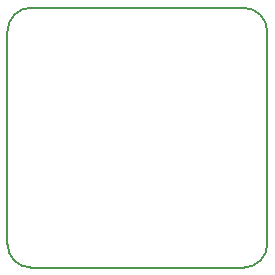
<source format=gm1>
G04 #@! TF.FileFunction,Profile,NP*
%FSLAX46Y46*%
G04 Gerber Fmt 4.6, Leading zero omitted, Abs format (unit mm)*
G04 Created by KiCad (PCBNEW 4.0.6-e0-6349~53~ubuntu16.04.1) date Fri Jun  9 17:52:53 2017*
%MOMM*%
%LPD*%
G01*
G04 APERTURE LIST*
%ADD10C,0.100000*%
%ADD11C,0.150000*%
G04 APERTURE END LIST*
D10*
D11*
X0Y2000000D02*
G75*
G03X2000000Y0I2000000J0D01*
G01*
X20000000Y0D02*
G75*
G03X22000000Y2000000I0J2000000D01*
G01*
X22000000Y20000000D02*
G75*
G03X20000000Y22000000I-2000000J0D01*
G01*
X2000000Y22000000D02*
G75*
G03X0Y20000000I0J-2000000D01*
G01*
X0Y2000000D02*
X0Y20000000D01*
X20000000Y0D02*
X2000000Y0D01*
X22000000Y20000000D02*
X22000000Y2000000D01*
X2000000Y22000000D02*
X20000000Y22000000D01*
M02*

</source>
